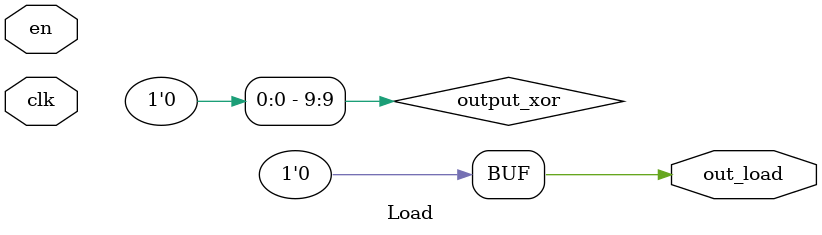
<source format=v>
`timescale 1ns / 1ps


module Load(
    input en,
    input clk,
    output out_load
    );

    parameter NUM_OF_MODULES = 9;
    parameter RO_SIZE = 1;
    
    wire [NUM_OF_MODULES:0] outputs_ro;
    //reg [NUM_OF_MODULES:0] outputs_ro_reg;
    reg[NUM_OF_MODULES:0] output_xor = 0;
    wire rst = ~en;
    
    genvar i;
    generate
        for (i = 0; i< NUM_OF_MODULES; i=i+1) begin
            RO #(RO_SIZE) RO_inst(.en(en), .out_ro(outputs_ro[i]));
            //outputs_ro_reg[i] = outputs_ro[i];
        end
    endgenerate
    
    generate
        for (i=1; i<NUM_OF_MODULES; i=i+1) begin 
            always @(posedge clk or posedge rst) begin
                if(rst)
                        output_xor[i] <= 0;
                else
                    output_xor[i] <= outputs_ro[i-1] ^ output_xor[i-1];
            end
        end
        always @(posedge clk or posedge rst) begin
            if(rst)
                output_xor[0] <= 0;
            else
                output_xor[0] <= outputs_ro[NUM_OF_MODULES-1] ^ output_xor[NUM_OF_MODULES-1];
        end
    endgenerate
    
    assign out_load = output_xor[NUM_OF_MODULES];

endmodule
</source>
